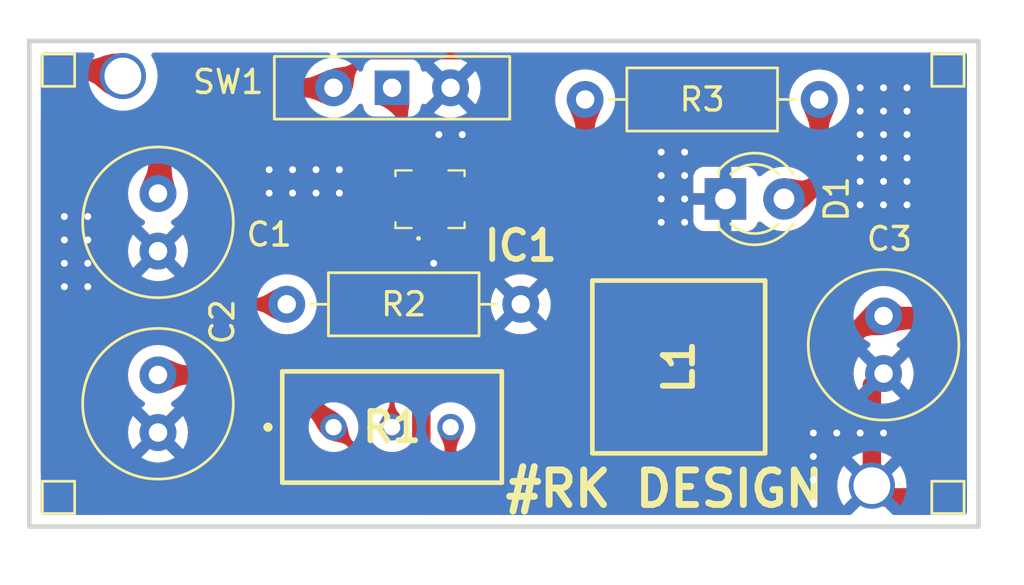
<source format=kicad_pcb>
(kicad_pcb (version 20240108) (generator "pcbnew") (generator_version "8.0")
  (layers (0 "F.Cu" signal) (31 "B.Cu" signal) (34 "B.Paste" user) (35 "F.Paste" user) (36 "B.SilkS" user "B.Silkscreen") (37 "F.SilkS" user "F.Silkscreen") (38 "B.Mask" user) (39 "F.Mask" user) (44 "Edge.Cuts" user))
  (net 0 "")
  (net 1 "VIN+")
  (net 2 "GND")
  (net 3 "3V3")
  (net 4 "Net-(D1-A)")
  (net 5 "FB")
  (net 6 "Net-(IC1-L1)")
  (net 7 "PFM{slash}PWM")
  (net 8 "Net-(IC1-L2)")
  (net 9 "Net-(R1-Pad3)")
  (footprint "Library:TestPoint_Pad_1.0x1.0mm" (layer "F.Cu") (at 93.218 54.61)
    (property "Reference" "J3" (hide yes))
    (property "Value" "VOUT+")
    (fp_line (start -0.7 -0.7) (end 0.7 -0.7) (stroke (width 0.12)) (layer "F.SilkS"))
    (fp_line (start -0.7 0.7) (end -0.7 -0.7) (stroke (width 0.12)) (layer "F.SilkS"))
    (fp_line (start 0.7 -0.7) (end 0.7 0.7) (stroke (width 0.12)) (layer "F.SilkS"))
    (fp_line (start 0.7 0.7) (end -0.7 0.7) (stroke (width 0.12)) (layer "F.SilkS"))
    (pad "1" smd rect (at 0 0) (size 1 1) (layers "F.Cu" "F.Mask") (net 3 "3V3"))
  )
  (footprint "Resistor_THT:R_Axial_DIN0207_L6.3mm_D2.5mm_P10.16mm_Horizontal" (layer "F.Cu") (at 74.676 64.77 180)
    (property "Reference" "R2" (at 5.08 0 0) (layer "F.SilkS"))
    (property "Value" "180k" (hide yes))
    (fp_line (start 9.12 0) (end 8.35 0) (stroke (width 0.12)) (layer "F.SilkS"))
    (fp_line (start 8.35 1.37) (end 8.35 -1.37) (stroke (width 0.12)) (layer "F.SilkS"))
    (fp_line (start 8.35 -1.37) (end 1.81 -1.37) (stroke (width 0.12)) (layer "F.SilkS"))
    (fp_line (start 1.81 1.37) (end 8.35 1.37) (stroke (width 0.12)) (layer "F.SilkS"))
    (fp_line (start 1.81 -1.37) (end 1.81 1.37) (stroke (width 0.12)) (layer "F.SilkS"))
    (fp_line (start 1.04 0) (end 1.81 0) (stroke (width 0.12)) (layer "F.SilkS"))
    (pad "1" thru_hole circle (at 0 0 180) (size 1.6 1.6) (drill 0.8) (layers "*.Cu" "*.Mask") (net 2 "GND"))
    (pad "2" thru_hole oval (at 10.16 0 180) (size 1.6 1.6) (drill 0.8) (layers "*.Cu" "*.Mask") (net 9 "Net-(R1-Pad3)"))
  )
  (footprint "Capacitor_THT:C_Radial_D6.3mm_H11.0mm_P2.50mm" (layer "F.Cu") (at 90.424 65.278 -90)
    (property "Reference" "C3" (at -3.342 -0.254 0) (layer "F.SilkS"))
    (property "Value" "22uf/6V3" (hide yes))
    (fp_circle (center 1.25 0) (end 4.52 0) (stroke (width 0.12)) (fill none) (layer "F.SilkS"))
    (pad "1" thru_hole circle (at 0 0 270) (size 1.6 1.6) (drill 0.8) (layers "*.Cu" "*.Mask") (net 3 "3V3"))
    (pad "2" thru_hole circle (at 2.5 0 270) (size 1.6 1.6) (drill 0.8) (layers "*.Cu" "*.Mask") (net 2 "GND"))
  )
  (footprint "" (layer "F.Cu") (at 57.405 54.864)
    (property "Reference" "" (at 0 0 0) (layer "F.SilkS") (effects (font (size 1.27 1.27))))
    (property "Value" "")
    (pad "1" thru_hole circle (at 0 0) (size 2 2) (drill 1.6) (layers "*.Cu" "*.Mask") (net 1 "VIN+"))
  )
  (footprint "Resistor_THT:R_Axial_DIN0207_L6.3mm_D2.5mm_P10.16mm_Horizontal" (layer "F.Cu") (at 77.47 55.88)
    (property "Reference" "R3" (at 5.08 0 0) (layer "F.SilkS"))
    (property "Value" "1k" (hide yes))
    (fp_line (start 1.04 0) (end 1.81 0) (stroke (width 0.12)) (layer "F.SilkS"))
    (fp_line (start 1.81 -1.37) (end 1.81 1.37) (stroke (width 0.12)) (layer "F.SilkS"))
    (fp_line (start 1.81 1.37) (end 8.35 1.37) (stroke (width 0.12)) (layer "F.SilkS"))
    (fp_line (start 8.35 -1.37) (end 1.81 -1.37) (stroke (width 0.12)) (layer "F.SilkS"))
    (fp_line (start 8.35 1.37) (end 8.35 -1.37) (stroke (width 0.12)) (layer "F.SilkS"))
    (fp_line (start 9.12 0) (end 8.35 0) (stroke (width 0.12)) (layer "F.SilkS"))
    (pad "1" thru_hole circle (at 0 0) (size 1.6 1.6) (drill 0.8) (layers "*.Cu" "*.Mask") (net 3 "3V3"))
    (pad "2" thru_hole oval (at 10.16 0) (size 1.6 1.6) (drill 0.8) (layers "*.Cu" "*.Mask") (net 4 "Net-(D1-A)"))
  )
  (footprint "Capacitor_THT:C_Radial_D6.3mm_H11.0mm_P2.50mm" (layer "F.Cu") (at 58.928 59.964 -90)
    (property "Reference" "C1" (at 1.778 -4.826 0) (layer "F.SilkS"))
    (property "Value" "10uF/10V" (hide yes))
    (fp_circle (center 1.25 0) (end 4.52 0) (stroke (width 0.12)) (fill none) (layer "F.SilkS"))
    (pad "1" thru_hole circle (at 0 0 270) (size 1.6 1.6) (drill 0.8) (layers "*.Cu" "*.Mask") (net 1 "VIN+"))
    (pad "2" thru_hole circle (at 2.5 0 270) (size 1.6 1.6) (drill 0.8) (layers "*.Cu" "*.Mask") (net 2 "GND"))
  )
  (footprint "Library:PAD" (layer "F.Cu") (at 68.067 52.964)
    (property "Reference" "REF**" (hide yes))
    (property "Value" "PAD" (hide yes))
    (pad "1" thru_hole circle (at 21.849 19.68) (size 2 2) (drill 1.6) (layers "*.Cu" "*.Mask") (net 2 "GND"))
  )
  (footprint "Library:TestPoint_Pad_1.0x1.0mm" (layer "F.Cu") (at 93.218 73.152)
    (property "Reference" "J4" (hide yes))
    (property "Value" "VOUT-")
    (fp_line (start -0.7 -0.7) (end 0.7 -0.7) (stroke (width 0.12)) (layer "F.SilkS"))
    (fp_line (start -0.7 0.7) (end -0.7 -0.7) (stroke (width 0.12)) (layer "F.SilkS"))
    (fp_line (start 0.7 -0.7) (end 0.7 0.7) (stroke (width 0.12)) (layer "F.SilkS"))
    (fp_line (start 0.7 0.7) (end -0.7 0.7) (stroke (width 0.12)) (layer "F.SilkS"))
    (pad "1" smd rect (at 0 0) (size 1 1) (layers "F.Cu" "F.Mask") (net 2 "GND"))
  )
  (footprint "LED_THT:LED_D3.0mm" (layer "F.Cu") (at 83.561 60.198)
    (property "Reference" "D1" (at 4.826 0 90) (layer "F.SilkS"))
    (property "Value" "LED" (hide yes))
    (fp_line (start -0.29 -1.236) (end -0.29 -1.08) (stroke (width 0.12)) (layer "F.SilkS"))
    (fp_line (start -0.29 1.08) (end -0.29 1.236) (stroke (width 0.12)) (layer "F.SilkS"))
    (fp_arc (start -0.29 -1.235516) (mid 1.366487 -1.987659) (end 2.942335 -1.078608) (stroke (width 0.12)) (layer "F.SilkS"))
    (fp_arc (start 0.229039 -1.08) (mid 1.270117 -1.5) (end 2.31113 -1.079837) (stroke (width 0.12)) (layer "F.SilkS"))
    (fp_arc (start 2.31113 1.079837) (mid 1.270117 1.5) (end 0.229039 1.08) (stroke (width 0.12)) (layer "F.SilkS"))
    (fp_arc (start 2.942335 1.078608) (mid 1.366487 1.987659) (end -0.29 1.235516) (stroke (width 0.12)) (layer "F.SilkS"))
    (pad "1" thru_hole rect (at 0 0) (size 1.8 1.8) (drill 0.9) (layers "*.Cu" "*.Mask") (net 2 "GND"))
    (pad "2" thru_hole circle (at 2.54 0) (size 1.8 1.8) (drill 0.9) (layers "*.Cu" "*.Mask") (net 4 "Net-(D1-A)"))
  )
  (footprint "Capacitor_THT:C_Radial_D6.3mm_H11.0mm_P2.50mm" (layer "F.Cu") (at 58.928 67.838 -90)
    (property "Reference" "C2" (at -2.306 -2.794 90) (layer "F.SilkS"))
    (property "Value" "22uf/6V3" (hide yes))
    (fp_circle (center 1.25 0) (end 4.52 0) (stroke (width 0.12)) (fill none) (layer "F.SilkS"))
    (pad "1" thru_hole circle (at 0 0 270) (size 1.6 1.6) (drill 0.8) (layers "*.Cu" "*.Mask") (net 3 "3V3"))
    (pad "2" thru_hole circle (at 2.5 0 270) (size 1.6 1.6) (drill 0.8) (layers "*.Cu" "*.Mask") (net 2 "GND"))
  )
  (footprint "SymScs_Ft:XFL7015102MEB" (layer "F.Cu") (at 81.534 67.49 -90)
    (property "Reference" "L1" (at 0 0 90) (layer "F.SilkS") (effects (font (size 1.27 1.27) (thickness 0.254))))
    (property "Value" "L" (hide yes))
    (fp_line (start -3.75 3.75) (end -3.75 -3.75) (stroke (width 0.2)) (layer "F.SilkS"))
    (fp_line (start 3.75 3.75) (end -3.75 3.75) (stroke (width 0.2)) (layer "F.SilkS"))
    (fp_line (start -3.75 -3.75) (end 3.75 -3.75) (stroke (width 0.2)) (layer "F.SilkS"))
    (fp_line (start 3.75 -3.75) (end 3.75 3.75) (stroke (width 0.2)) (layer "F.SilkS"))
    (pad "1" smd rect (at -2.36 0 270) (size 1.78 6.16) (layers "F.Cu" "F.Paste" "F.Mask") (net 6 "Net-(IC1-L1)"))
    (pad "2" smd rect (at 2.36 0 270) (size 1.78 6.16) (layers "F.Cu" "F.Paste" "F.Mask") (net 8 "Net-(IC1-L2)"))
  )
  (footprint "Library:TrimPot_10k_SMD" (layer "F.Cu") (at 66.548 70.104 180)
    (property "Reference" "R1" (at -2.54 0.005 0) (layer "F.SilkS") (effects (font (size 1.27 1.27) (thickness 0.254))))
    (property "Value" "PT01-D120K1-B103" (hide yes))
    (fp_line (start 2.946 0) (end 2.946 0) (stroke (width 0.2)) (layer "F.SilkS"))
    (fp_line (start 2.746 0) (end 2.746 0) (stroke (width 0.2)) (layer "F.SilkS"))
    (fp_line (start 2.225 2.42) (end 2.225 -2.41) (stroke (width 0.2)) (layer "F.SilkS"))
    (fp_line (start 2.225 -2.41) (end -7.305 -2.41) (stroke (width 0.2)) (layer "F.SilkS"))
    (fp_line (start -7.305 2.42) (end 2.225 2.42) (stroke (width 0.2)) (layer "F.SilkS"))
    (fp_line (start -7.305 -2.41) (end -7.305 2.42) (stroke (width 0.2)) (layer "F.SilkS"))
    (fp_arc (start 2.946 0) (mid 2.846 0.1) (end 2.746 0) (stroke (width 0.2)) (layer "F.SilkS"))
    (fp_arc (start 2.746 0) (mid 2.846 -0.1) (end 2.946 0) (stroke (width 0.2)) (layer "F.SilkS"))
    (pad "1" thru_hole circle (at 0 0 180) (size 1.15 1.15) (drill 0.71) (layers "*.Cu" "*.Mask") (net 3 "3V3"))
    (pad "2" thru_hole circle (at -2.54 0 180) (size 1.15 1.15) (drill 0.71) (layers "*.Cu" "*.Mask") (net 5 "FB"))
    (pad "3" thru_hole circle (at -5.08 0 180) (size 1.15 1.15) (drill 0.71) (layers "*.Cu" "*.Mask") (net 9 "Net-(R1-Pad3)"))
  )
  (footprint "Button_Switch_THT:SW_Slide-03_Wuerth-WS-SLTV_10x2.5x6.4_P2.54mm" (layer "F.Cu") (at 69.088 55.372 180)
    (property "Reference" "SW1" (at 7.112 0.254 0) (layer "F.SilkS"))
    (property "Value" "SW_Wuerth_450301014042" (hide yes))
    (fp_rect (start -5.11 -1.36) (end 5.11 1.36) (stroke (width 0.12)) (fill none) (layer "F.SilkS"))
    (pad "1" thru_hole rect (at 0 0 180) (size 1.5 1.5) (drill 0.8) (layers "*.Cu" "*.Mask") (net 7 "PFM{slash}PWM"))
    (pad "2" thru_hole circle (at -2.54 0 180) (size 1.6 1.6) (drill 0.8) (layers "*.Cu" "*.Mask") (net 2 "GND"))
    (pad "3" thru_hole circle (at 2.54 0 180) (size 1.6 1.6) (drill 0.8) (layers "*.Cu" "*.Mask") (net 1 "VIN+"))
  )
  (footprint "Library:TestPoint_Pad_1.0x1.0mm" (layer "F.Cu") (at 54.61 54.61)
    (property "Reference" "J1" (hide yes))
    (property "Value" "VIN+")
    (fp_line (start -0.7 -0.7) (end 0.7 -0.7) (stroke (width 0.12)) (layer "F.SilkS"))
    (fp_line (start -0.7 0.7) (end -0.7 -0.7) (stroke (width 0.12)) (layer "F.SilkS"))
    (fp_line (start 0.7 -0.7) (end 0.7 0.7) (stroke (width 0.12)) (layer "F.SilkS"))
    (fp_line (start 0.7 0.7) (end -0.7 0.7) (stroke (width 0.12)) (layer "F.SilkS"))
    (pad "1" smd rect (at 0 0) (size 1 1) (layers "F.Cu" "F.Mask") (net 1 "VIN+"))
  )
  (footprint "Library:IC_BuckBoost_TPS630250RNCT_VQFN14_2x3mm" (layer "F.Cu") (at 70.736 60.21 90)
    (property "Reference" "IC1" (at -2.02 3.94 180) (layer "F.SilkS") (effects (font (size 1.27 1.27) (thickness 0.254))))
    (property "Value" "Buck_Boost_TPS63025_SMD" (hide yes))
    (fp_line (start 1.25 -1.5) (end 1.25 -0.8) (stroke (width 0.1)) (layer "F.SilkS"))
    (fp_line (start 1 -1.5) (end 1.25 -1.5) (stroke (width 0.1)) (layer "F.SilkS"))
    (fp_line (start -1 -1.5) (end -1.25 -1.5) (stroke (width 0.1)) (layer "F.SilkS"))
    (fp_line (start -1.25 -1.5) (end -1.25 -0.8) (stroke (width 0.1)) (layer "F.SilkS"))
    (fp_line (start -1.7 -0.55) (end -1.7 -0.55) (stroke (width 0.1)) (layer "F.SilkS"))
    (fp_line (start -1.7 -0.45) (end -1.7 -0.45) (stroke (width 0.1)) (layer "F.SilkS"))
    (fp_line (start 1.25 0.8) (end 1.25 1.5) (stroke (width 0.1)) (layer "F.SilkS"))
    (fp_line (start -1.25 0.8) (end -1.25 1.5) (stroke (width 0.1)) (layer "F.SilkS"))
    (fp_line (start 1.25 1.5) (end 1 1.5) (stroke (width 0.1)) (layer "F.SilkS"))
    (fp_line (start -1.25 1.5) (end -1 1.5) (stroke (width 0.1)) (layer "F.SilkS"))
    (fp_arc (start -1.7 -0.55) (mid -1.65 -0.5) (end -1.7 -0.45) (stroke (width 0.1)) (layer "F.SilkS"))
    (fp_arc (start -1.7 -0.45) (mid -1.75 -0.5) (end -1.7 -0.55) (stroke (width 0.1)) (layer "F.SilkS"))
    (pad "1" smd rect (at -0.555 -0.49 180) (size 0.24 1.79) (layers "F.Cu" "F.Paste" "F.Mask") (net 8 "Net-(IC1-L2)"))
    (pad "2" smd rect (at -0.555 0 180) (size 0.24 1.79) (layers "F.Cu" "F.Paste" "F.Mask") (net 2 "GND"))
    (pad "3" smd rect (at -0.555 0.49 180) (size 0.24 1.79) (layers "F.Cu" "F.Paste" "F.Mask") (net 6 "Net-(IC1-L1)"))
    (pad "4" smd rect (at -0.75 1.4 90) (size 0.24 0.6) (layers "F.Cu" "F.Paste" "F.Mask") (net 1 "VIN+"))
    (pad "5" smd rect (at -0.25 1.4 90) (size 0.24 0.6) (layers "F.Cu" "F.Paste" "F.Mask") (net 1 "VIN+"))
    (pad "6" smd rect (at 0.25 1.4 90) (size 0.24 0.6) (layers "F.Cu" "F.Paste" "F.Mask") (net 1 "VIN+"))
    (pad "7" smd rect (at 0.75 1.4 90) (size 0.24 0.6) (layers "F.Cu" "F.Paste" "F.Mask") (net 1 "VIN+"))
    (pad "8" smd rect (at 1.15 0.49 180) (size 0.24 0.6) (layers "F.Cu" "F.Paste" "F.Mask") (net 1 "VIN+"))
    (pad "9" smd rect (at 1.15 0 180) (size 0.24 0.6) (layers "F.Cu" "F.Paste" "F.Mask") (net 2 "GND"))
    (pad "10" smd rect (at 1.15 -0.49 180) (size 0.24 0.6) (layers "F.Cu" "F.Paste" "F.Mask") (net 7 "PFM{slash}PWM"))
    (pad "11" smd rect (at 0.75 -1.4 90) (size 0.24 0.6) (layers "F.Cu" "F.Paste" "F.Mask") (net 5 "FB"))
    (pad "12" smd rect (at 0.25 -1.4 90) (size 0.24 0.6) (layers "F.Cu" "F.Paste" "F.Mask") (net 3 "3V3"))
    (pad "13" smd rect (at -0.25 -1.4 90) (size 0.24 0.6) (layers "F.Cu" "F.Paste" "F.Mask") (net 3 "3V3"))
    (pad "14" smd rect (at -0.75 -1.4 90) (size 0.24 0.6) (layers "F.Cu" "F.Paste" "F.Mask") (net 3 "3V3"))
  )
  (footprint "Library:TestPoint_Pad_1.0x1.0mm" (layer "F.Cu") (at 54.61 73.152)
    (property "Reference" "J2" (hide yes))
    (property "Value" "VIN-")
    (fp_line (start -0.7 -0.7) (end 0.7 -0.7) (stroke (width 0.12)) (layer "F.SilkS"))
    (fp_line (start -0.7 0.7) (end -0.7 -0.7) (stroke (width 0.12)) (layer "F.SilkS"))
    (fp_line (start 0.7 -0.7) (end 0.7 0.7) (stroke (width 0.12)) (layer "F.SilkS"))
    (fp_line (start 0.7 0.7) (end -0.7 0.7) (stroke (width 0.12)) (layer "F.SilkS"))
    (pad "1" smd rect (at 0 0) (size 1 1) (layers "F.Cu" "F.Mask") (net 2 "GND"))
  )
  (gr_rect (start 53.34 53.34) (end 94.546 74.416) (stroke (width 0.2)) (fill none) (layer "Edge.Cuts"))
  (gr_text "#RK DESIGN \n" (at 73.853 73.66 0) (layer "F.SilkS") (effects (font (size 1.5 1.5) (thickness 0.3) (bold yes)) (justify left bottom)))
  (segment (start 61.722 55.372) (end 60.071 57.023) (width 0.8) (layer "F.Cu") (net 1))
  (segment (start 71.226 59.06) (end 71.736 59.06) (width 0.2) (layer "F.Cu") (net 1))
  (segment (start 54.61 54.61) (end 54.61 55.91) (width 0.8) (layer "F.Cu") (net 1))
  (segment (start 72.874 59.46) (end 72.136 59.46) (width 0.3) (layer "F.Cu") (net 1))
  (segment (start 57.658 57.15) (end 58.928 58.42) (width 0.8) (layer "F.Cu") (net 1))
  (segment (start 73.914 54.864) (end 73.914 58.42) (width 0.3) (layer "F.Cu") (net 1))
  (segment (start 59.944 57.15) (end 60.071 57.023) (width 0.8) (layer "F.Cu") (net 1))
  (segment (start 66.548 55.372) (end 67.93 53.99) (width 0.3) (layer "F.Cu") (net 1))
  (segment (start 72.136 60.46) (end 72.136 60.96) (width 0.2) (layer "F.Cu") (net 1))
  (segment (start 66.548 55.372) (end 61.722 55.372) (width 0.8) (layer "F.Cu") (net 1))
  (segment (start 73.04 53.99) (end 73.914 54.864) (width 0.3) (layer "F.Cu") (net 1))
  (segment (start 57.658 57.15) (end 58.039 57.531) (width 0.8) (layer "F.Cu") (net 1))
  (segment (start 54.61 55.91) (end 55.85 57.15) (width 0.8) (layer "F.Cu") (net 1))
  (segment (start 67.93 53.99) (end 73.04 53.99) (width 0.3) (layer "F.Cu") (net 1))
  (segment (start 73.914 58.42) (end 72.874 59.46) (width 0.3) (layer "F.Cu") (net 1))
  (segment (start 71.736 59.06) (end 72.136 59.46) (width 0.2) (layer "F.Cu") (net 1))
  (segment (start 58.928 58.166) (end 58.928 59.964) (width 0.8) (layer "F.Cu") (net 1))
  (segment (start 72.136 59.46) (end 72.136 59.96) (width 0.2) (layer "F.Cu") (net 1))
  (segment (start 60.071 57.023) (end 59.563 57.531) (width 0.8) (layer "F.Cu") (net 1))
  (segment (start 58.928 58.42) (end 58.928 59.964) (width 0.8) (layer "F.Cu") (net 1))
  (segment (start 57.15 54.61) (end 57.404 54.864) (width 0.8) (layer "F.Cu") (net 1))
  (segment (start 72.136 59.96) (end 72.136 60.46) (width 0.2) (layer "F.Cu") (net 1))
  (segment (start 57.658 57.15) (end 59.944 57.15) (width 0.8) (layer "F.Cu") (net 1))
  (segment (start 54.61 54.61) (end 57.15 54.61) (width 0.8) (layer "F.Cu") (net 1))
  (segment (start 58.039 57.531) (end 59.563 57.531) (width 0.8) (layer "F.Cu") (net 1))
  (segment (start 55.85 57.15) (end 57.658 57.15) (width 0.8) (layer "F.Cu") (net 1))
  (segment (start 59.563 57.531) (end 58.928 58.166) (width 0.8) (layer "F.Cu") (net 1))
  (segment (start 89.916 72.644) (end 89.916 68.286) (width 0.8) (layer "F.Cu") (net 2))
  (segment (start 70.736 59.06) (end 70.736 60.765) (width 0.2) (layer "F.Cu") (net 2))
  (segment (start 70.736 60.765) (end 70.736 62.832) (width 0.2) (layer "F.Cu") (net 2))
  (segment (start 90.424 73.152) (end 89.916 72.644) (width 0.8) (layer "F.Cu") (net 2))
  (segment (start 70.736 62.832) (end 70.896 62.992) (width 0.2) (layer "F.Cu") (net 2))
  (segment (start 93.218 73.152) (end 90.424 73.152) (width 0.8) (layer "F.Cu") (net 2))
  (segment (start 89.916 68.286) (end 90.424 67.778) (width 0.8) (layer "F.Cu") (net 2))
  (via (at 81.788 58.166) (size 0.6) (drill 0.3) (layers "F.Cu" "B.Cu") (net 2))
  (via (at 55.88 62.992) (size 0.6) (drill 0.3) (layers "F.Cu" "B.Cu") (net 2))
  (via (at 91.44 59.436) (size 0.6) (drill 0.3) (layers "F.Cu" "B.Cu") (net 2))
  (via (at 91.44 55.372) (size 0.6) (drill 0.3) (layers "F.Cu" "B.Cu") (net 2))
  (via (at 81.788 60.198) (size 0.6) (drill 0.3) (layers "F.Cu" "B.Cu") (net 2))
  (via (at 80.772 61.214) (size 0.6) (drill 0.3) (layers "F.Cu" "B.Cu") (net 2))
  (via (at 90.424 57.404) (size 0.6) (drill 0.3) (layers "F.Cu" "B.Cu") (net 2))
  (via (at 64.77 58.928) (size 0.6) (drill 0.3) (layers "F.Cu" "B.Cu") (net 2))
  (via (at 90.424 70.358) (size 0.6) (drill 0.3) (layers "F.Cu" "B.Cu") (net 2))
  (via (at 89.408 70.358) (size 0.6) (drill 0.3) (layers "F.Cu" "B.Cu") (net 2))
  (via (at 72.136 57.404) (size 0.6) (drill 0.3) (layers "F.Cu" "B.Cu") (net 2))
  (via (at 81.788 61.214) (size 0.6) (drill 0.3) (layers "F.Cu" "B.Cu") (net 2))
  (via (at 90.424 56.388) (size 0.6) (drill 0.3) (layers "F.Cu" "B.Cu") (net 2))
  (via (at 80.772 60.198) (size 0.6) (drill 0.3) (layers "F.Cu" "B.Cu") (net 2))
  (via (at 89.408 59.436) (size 0.6) (drill 0.3) (layers "F.Cu" "B.Cu") (net 2))
  (via (at 89.408 55.372) (size 0.6) (drill 0.3) (layers "F.Cu" "B.Cu") (net 2))
  (via (at 65.786 58.928) (size 0.6) (drill 0.3) (layers "F.Cu" "B.Cu") (net 2))
  (via (at 55.88 64.008) (size 0.6) (drill 0.3) (layers "F.Cu" "B.Cu") (net 2))
  (via (at 70.896 62.992) (size 0.6) (drill 0.3) (layers "F.Cu" "B.Cu") (net 2))
  (via (at 91.44 56.388) (size 0.6) (drill 0.3) (layers "F.Cu" "B.Cu") (net 2))
  (via (at 90.424 60.452) (size 0.6) (drill 0.3) (layers "F.Cu" "B.Cu") (net 2))
  (via (at 66.802 58.928) (size 0.6) (drill 0.3) (layers "F.Cu" "B.Cu") (net 2))
  (via (at 87.376 73.406) (size 0.6) (drill 0.3) (layers "F.Cu" "B.Cu") (net 2))
  (via (at 89.408 58.42) (size 0.6) (drill 0.3) (layers "F.Cu" "B.Cu") (net 2))
  (via (at 71.12 57.404) (size 0.6) (drill 0.3) (layers "F.Cu" "B.Cu") (net 2))
  (via (at 90.424 55.372) (size 0.6) (drill 0.3) (layers "F.Cu" "B.Cu") (net 2))
  (via (at 91.44 57.404) (size 0.6) (drill 0.3) (layers "F.Cu" "B.Cu") (net 2))
  (via (at 63.754 59.944) (size 0.6) (drill 0.3) (layers "F.Cu" "B.Cu") (net 2))
  (via (at 54.864 60.96) (size 0.6) (drill 0.3) (layers "F.Cu" "B.Cu") (net 2))
  (via (at 54.864 61.976) (size 0.6) (drill 0.3) (layers "F.Cu" "B.Cu") (net 2))
  (via (at 91.44 58.42) (size 0.6) (drill 0.3) (layers "F.Cu" "B.Cu") (net 2))
  (via (at 89.408 60.452) (size 0.6) (drill 0.3) (layers "F.Cu" "B.Cu") (net 2))
  (via (at 88.392 70.358) (size 0.6) (drill 0.3) (layers "F.Cu" "B.Cu") (net 2))
  (via (at 91.44 60.452) (size 0.6) (drill 0.3) (layers "F.Cu" "B.Cu") (net 2))
  (via (at 64.77 59.944) (size 0.6) (drill 0.3) (layers "F.Cu" "B.Cu") (net 2))
  (via (at 80.772 58.166) (size 0.6) (drill 0.3) (layers "F.Cu" "B.Cu") (net 2))
  (via (at 87.376 72.39) (size 0.6) (drill 0.3) (layers "F.Cu" "B.Cu") (net 2))
  (via (at 87.376 70.358) (size 0.6) (drill 0.3) (layers "F.Cu" "B.Cu") (net 2))
  (via (at 55.88 60.96) (size 0.6) (drill 0.3) (layers "F.Cu" "B.Cu") (net 2))
  (via (at 65.786 59.944) (size 0.6) (drill 0.3) (layers "F.Cu" "B.Cu") (net 2))
  (via (at 66.802 59.944) (size 0.6) (drill 0.3) (layers "F.Cu" "B.Cu") (net 2))
  (via (at 55.88 61.976) (size 0.6) (drill 0.3) (layers "F.Cu" "B.Cu") (net 2))
  (via (at 54.864 62.992) (size 0.6) (drill 0.3) (layers "F.Cu" "B.Cu") (net 2))
  (via (at 90.424 58.42) (size 0.6) (drill 0.3) (layers "F.Cu" "B.Cu") (net 2))
  (via (at 89.408 57.404) (size 0.6) (drill 0.3) (layers "F.Cu" "B.Cu") (net 2))
  (via (at 90.424 59.436) (size 0.6) (drill 0.3) (layers "F.Cu" "B.Cu") (net 2))
  (via (at 87.376 71.374) (size 0.6) (drill 0.3) (layers "F.Cu" "B.Cu") (net 2))
  (via (at 80.772 59.182) (size 0.6) (drill 0.3) (layers "F.Cu" "B.Cu") (net 2))
  (via (at 63.754 58.928) (size 0.6) (drill 0.3) (layers "F.Cu" "B.Cu") (net 2))
  (via (at 89.408 56.388) (size 0.6) (drill 0.3) (layers "F.Cu" "B.Cu") (net 2))
  (via (at 81.788 59.182) (size 0.6) (drill 0.3) (layers "F.Cu" "B.Cu") (net 2))
  (via (at 54.864 64.008) (size 0.6) (drill 0.3) (layers "F.Cu" "B.Cu") (net 2))
  (segment (start 70.358 70.612) (end 70.358 68.834) (width 0.3) (layer "F.Cu") (net 3))
  (segment (start 70.358 68.072) (end 70.358 70.612) (width 0.8) (layer "F.Cu") (net 3))
  (segment (start 85.09 68.072) (end 85.598 68.072) (width 0.8) (layer "F.Cu") (net 3))
  (segment (start 78.798 67.564) (end 84.582 67.564) (width 0.8) (layer "F.Cu") (net 3))
  (segment (start 70.358 68.072) (end 69.723 67.437) (width 0.8) (layer "F.Cu") (net 3))
  (segment (start 70.358 70.866) (end 70.358 70.612) (width 0.3) (layer "F.Cu") (net 3))
  (segment (start 70.358 68.834) (end 71.12 68.072) (width 0.8) (layer "F.Cu") (net 3))
  (segment (start 69.336 59.96) (end 69.336 60.46) (width 0.2) (layer "F.Cu") (net 3))
  (segment (start 76.2 72.39) (end 71.882 68.072) (width 0.8) (layer "F.Cu") (net 3))
  (segment (start 69.336 67.05) (end 70.358 68.072) (width 0.8) (layer "F.Cu") (net 3))
  (segment (start 69.336 60.46) (end 69.336 60.96) (width 0.2) (layer "F.Cu") (net 3))
  (segment (start 86.233 68.707) (end 86.487 68.707) (width 0.8) (layer "F.Cu") (net 3))
  (segment (start 86.487 68.707) (end 86.106 69.088) (width 0.8) (layer "F.Cu") (net 3))
  (segment (start 90.424 65.278) (end 91.948 65.278) (width 0.8) (layer "F.Cu") (net 3))
  (segment (start 91.948 65.278) (end 93.218 64.008) (width 0.8) (layer "F.Cu") (net 3))
  (segment (start 87.122 68.072) (end 87.249 67.945) (width 0.8) (layer "F.Cu") (net 3))
  (segment (start 77.47 55.88) (end 77.47 66.236) (width 0.8) (layer "F.Cu") (net 3))
  (segment (start 66.548 70.104) (end 68.326 71.882) (width 0.3) (layer "F.Cu") (net 3))
  (segment (start 71.12 68.072) (end 71.374 68.072) (width 0.8) (layer "F.Cu") (net 3))
  (segment (start 70.358 68.072) (end 71.374 68.072) (width 0.8) (layer "F.Cu") (net 3))
  (segment (start 69.336 60.96) (end 69.336 67.05) (width 0.8) (layer "F.Cu") (net 3))
  (segment (start 88.138 67.056) (end 87.249 67.945) (width 0.8) (layer "F.Cu") (net 3))
  (segment (start 71.882 68.072) (end 71.374 68.072) (width 0.8) (layer "F.Cu") (net 3))
  (segment (start 87.63 67.564) (end 88.138 67.056) (width 0.8) (layer "F.Cu") (net 3))
  (segment (start 85.598 68.072) (end 86.233 68.707) (width 0.8) (layer "F.Cu") (net 3))
  (segment (start 84.582 67.564) (end 85.09 68.072) (width 0.8) (layer "F.Cu") (net 3))
  (segment (start 85.09 68.072) (end 86.106 69.088) (width 0.8) (layer "F.Cu") (net 3))
  (segment (start 58.928 67.838) (end 64.282 67.838) (width 0.8) (layer "F.Cu") (net 3))
  (segment (start 70.358 68.834) (end 70.358 68.072) (width 0.3) (layer "F.Cu") (net 3))
  (segment (start 86.106 70.448) (end 84.164 72.39) (width 0.8) (layer "F.Cu") (net 3))
  (segment (start 86.106 69.088) (end 86.106 70.448) (width 0.8) (layer "F.Cu") (net 3))
  (segment (start 84.164 72.39) (end 76.2 72.39) (width 0.8) (layer "F.Cu") (net 3))
  (segment (start 68.326 71.882) (end 69.342 71.882) (width 0.3) (layer "F.Cu") (net 3))
  (segment (start 87.249 67.945) (end 86.487 68.707) (width 0.8) (layer "F.Cu") (net 3))
  (segment (start 77.47 66.236) (end 78.798 67.564) (width 0.8) (layer "F.Cu") (net 3))
  (segment (start 90.424 65.278) (end 89.916 65.278) (width 0.8) (layer "F.Cu") (net 3))
  (segment (start 64.282 67.838) (end 66.548 70.104) (width 0.8) (layer "F.Cu") (net 3))
  (segment (start 85.598 68.072) (end 87.122 68.072) (width 0.8) (layer "F.Cu") (net 3))
  (segment (start 89.916 65.278) (end 88.138 67.056) (width 0.8) (layer "F.Cu") (net 3))
  (segment (start 69.723 67.437) (end 69.336 67.05) (width 0.3) (layer "F.Cu") (net 3))
  (segment (start 69.342 71.882) (end 70.358 70.866) (width 0.3) (layer "F.Cu") (net 3))
  (segment (start 84.582 67.564) (end 87.63 67.564) (width 0.8) (layer "F.Cu") (net 3))
  (segment (start 93.218 64.008) (end 93.218 54.61) (width 0.8) (layer "F.Cu") (net 3))
  (segment (start 86.868 60.198) (end 87.63 59.436) (width 0.8) (layer "F.Cu") (net 4))
  (segment (start 87.63 59.436) (end 87.63 55.88) (width 0.8) (layer "F.Cu") (net 4))
  (segment (start 86.101 60.198) (end 86.868 60.198) (width 0.8) (layer "F.Cu") (net 4))
  (segment (start 67.818 59.944) (end 67.818 67.31) (width 0.2) (layer "F.Cu") (net 5))
  (segment (start 67.818 67.31) (end 69.088 68.58) (width 0.2) (layer "F.Cu") (net 5))
  (segment (start 68.302 59.46) (end 67.818 59.944) (width 0.2) (layer "F.Cu") (net 5))
  (segment (start 69.088 68.58) (end 69.088 70.104) (width 0.2) (layer "F.Cu") (net 5))
  (segment (start 69.336 59.46) (end 68.302 59.46) (width 0.2) (layer "F.Cu") (net 5))
  (segment (start 75.692 54.102) (end 78.486 54.102) (width 0.3) (layer "F.Cu") (net 6))
  (segment (start 71.628 62.23) (end 72.136 62.23) (width 0.3) (layer "F.Cu") (net 6))
  (segment (start 79.248 54.864) (end 79.248 61.214) (width 0.3) (layer "F.Cu") (net 6))
  (segment (start 72.136 62.23) (end 74.676 59.69) (width 0.3) (layer "F.Cu") (net 6))
  (segment (start 71.226 60.765) (end 71.226 61.828) (width 0.3) (layer "F.Cu") (net 6))
  (segment (start 71.226 61.828) (end 71.628 62.23) (width 0.3) (layer "F.Cu") (net 6))
  (segment (start 74.676 55.118) (end 75.692 54.102) (width 0.3) (layer "F.Cu") (net 6))
  (segment (start 79.248 61.214) (end 81.534 63.5) (width 0.3) (layer "F.Cu") (net 6))
  (segment (start 81.534 63.5) (end 81.534 65.13) (width 0.3) (layer "F.Cu") (net 6))
  (segment (start 78.486 54.102) (end 79.248 54.864) (width 0.3) (layer "F.Cu") (net 6))
  (segment (start 74.676 59.69) (end 74.676 55.118) (width 0.3) (layer "F.Cu") (net 6))
  (segment (start 70.246 59.06) (end 69.596 58.41) (width 0.3) (layer "F.Cu") (net 7))
  (segment (start 69.596 58.41) (end 69.596 55.88) (width 0.3) (layer "F.Cu") (net 7))
  (segment (start 69.596 55.88) (end 69.088 55.372) (width 0.3) (layer "F.Cu") (net 7))
  (segment (start 75.946 69.85) (end 81.534 69.85) (width 0.3) (layer "F.Cu") (net 8))
  (segment (start 70.246 60.765) (end 70.246 64.15) (width 0.3) (layer "F.Cu") (net 8))
  (segment (start 70.246 64.15) (end 75.946 69.85) (width 0.3) (layer "F.Cu") (net 8))
  (segment (start 69.85 73.152) (end 71.628 71.374) (width 0.5) (layer "F.Cu") (net 9))
  (segment (start 55.118 66.802) (end 55.118 71.12) (width 0.5) (layer "F.Cu") (net 9))
  (segment (start 64.516 64.77) (end 57.15 64.77) (width 0.5) (layer "F.Cu") (net 9))
  (segment (start 55.118 71.12) (end 57.15 73.152) (width 0.5) (layer "F.Cu") (net 9))
  (segment (start 57.15 64.77) (end 55.118 66.802) (width 0.5) (layer "F.Cu") (net 9))
  (segment (start 57.15 73.152) (end 69.85 73.152) (width 0.5) (layer "F.Cu") (net 9))
  (segment (start 71.628 71.374) (end 71.628 70.104) (width 0.5) (layer "F.Cu") (net 9))
  (zone (net 2) (net_name "GND") (layers "F&B.Cu") (connect_pads (clearance 0.5)) (min_thickness 0.25) (fill yes (thermal_gap 0.5) (thermal_bridge_width 0.5))
    (polygon (pts (xy 52.07 51.816) (xy 52.07 76.962) (xy 96.52 76.454) (xy 96.52 51.562)))
  )
)
</source>
